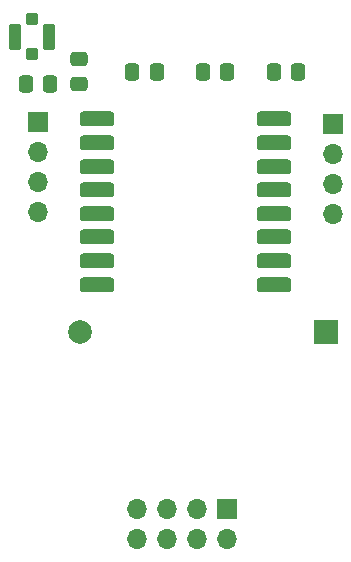
<source format=gbr>
%TF.GenerationSoftware,KiCad,Pcbnew,9.0.0*%
%TF.CreationDate,2025-03-23T12:51:39+01:00*%
%TF.ProjectId,ppicoV1,70706963-6f56-4312-9e6b-696361645f70,rev?*%
%TF.SameCoordinates,Original*%
%TF.FileFunction,Soldermask,Top*%
%TF.FilePolarity,Negative*%
%FSLAX46Y46*%
G04 Gerber Fmt 4.6, Leading zero omitted, Abs format (unit mm)*
G04 Created by KiCad (PCBNEW 9.0.0) date 2025-03-23 12:51:39*
%MOMM*%
%LPD*%
G01*
G04 APERTURE LIST*
G04 Aperture macros list*
%AMRoundRect*
0 Rectangle with rounded corners*
0 $1 Rounding radius*
0 $2 $3 $4 $5 $6 $7 $8 $9 X,Y pos of 4 corners*
0 Add a 4 corners polygon primitive as box body*
4,1,4,$2,$3,$4,$5,$6,$7,$8,$9,$2,$3,0*
0 Add four circle primitives for the rounded corners*
1,1,$1+$1,$2,$3*
1,1,$1+$1,$4,$5*
1,1,$1+$1,$6,$7*
1,1,$1+$1,$8,$9*
0 Add four rect primitives between the rounded corners*
20,1,$1+$1,$2,$3,$4,$5,0*
20,1,$1+$1,$4,$5,$6,$7,0*
20,1,$1+$1,$6,$7,$8,$9,0*
20,1,$1+$1,$8,$9,$2,$3,0*%
G04 Aperture macros list end*
%ADD10RoundRect,0.250000X-0.337500X-0.475000X0.337500X-0.475000X0.337500X0.475000X-0.337500X0.475000X0*%
%ADD11RoundRect,0.250000X0.337500X0.475000X-0.337500X0.475000X-0.337500X-0.475000X0.337500X-0.475000X0*%
%ADD12RoundRect,0.250000X-0.475000X0.337500X-0.475000X-0.337500X0.475000X-0.337500X0.475000X0.337500X0*%
%ADD13RoundRect,0.100000X0.400000X0.400000X-0.400000X0.400000X-0.400000X-0.400000X0.400000X-0.400000X0*%
%ADD14RoundRect,0.105000X0.420000X0.995000X-0.420000X0.995000X-0.420000X-0.995000X0.420000X-0.995000X0*%
%ADD15R,1.700000X1.700000*%
%ADD16O,1.700000X1.700000*%
%ADD17RoundRect,0.317500X1.157500X0.317500X-1.157500X0.317500X-1.157500X-0.317500X1.157500X-0.317500X0*%
%ADD18R,2.000000X2.000000*%
%ADD19C,2.000000*%
G04 APERTURE END LIST*
D10*
%TO.C,R3*%
X125500000Y-55500000D03*
X127575000Y-55500000D03*
%TD*%
D11*
%TO.C,R2*%
X139537500Y-55500000D03*
X137462500Y-55500000D03*
%TD*%
D10*
%TO.C,R1*%
X131462500Y-55500000D03*
X133537500Y-55500000D03*
%TD*%
%TO.C,R5*%
X116462500Y-56500000D03*
X118537500Y-56500000D03*
%TD*%
D12*
%TO.C,R4*%
X121000000Y-54425000D03*
X121000000Y-56500000D03*
%TD*%
D13*
%TO.C,J4*%
X117000000Y-54000000D03*
D14*
X115525000Y-52500000D03*
D13*
X117000000Y-51000000D03*
D14*
X118475000Y-52500000D03*
%TD*%
D15*
%TO.C,J3*%
X117500000Y-59700000D03*
D16*
X117500000Y-62240000D03*
X117500000Y-64780000D03*
X117500000Y-67320000D03*
%TD*%
D15*
%TO.C,J2*%
X142500000Y-59920000D03*
D16*
X142500000Y-62460000D03*
X142500000Y-65000000D03*
X142500000Y-67540000D03*
%TD*%
D17*
%TO.C,U2*%
X137525000Y-73500000D03*
X137525000Y-71500000D03*
X137525000Y-69500000D03*
X137525000Y-67500000D03*
X137525000Y-65500000D03*
X137525000Y-63500000D03*
X137525000Y-61500000D03*
X137525000Y-59500000D03*
X122475000Y-59500000D03*
X122475000Y-61500000D03*
X122475000Y-63500000D03*
X122475000Y-65500000D03*
X122475000Y-67500000D03*
X122475000Y-69500000D03*
X122475000Y-71500000D03*
X122475000Y-73500000D03*
%TD*%
D15*
%TO.C,J1*%
X133540000Y-92460000D03*
D16*
X133540000Y-95000000D03*
X131000000Y-92460000D03*
X131000000Y-95000000D03*
X128460000Y-92460000D03*
X128460000Y-95000000D03*
X125920000Y-92460000D03*
X125920000Y-95000000D03*
%TD*%
D18*
%TO.C,BT1*%
X141857455Y-77500000D03*
D19*
X121057455Y-77500000D03*
%TD*%
M02*

</source>
